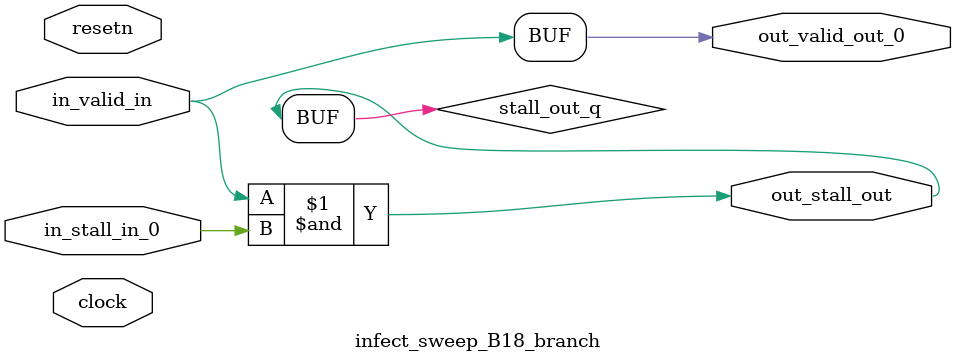
<source format=sv>



(* altera_attribute = "-name AUTO_SHIFT_REGISTER_RECOGNITION OFF; -name MESSAGE_DISABLE 10036; -name MESSAGE_DISABLE 10037; -name MESSAGE_DISABLE 14130; -name MESSAGE_DISABLE 14320; -name MESSAGE_DISABLE 15400; -name MESSAGE_DISABLE 14130; -name MESSAGE_DISABLE 10036; -name MESSAGE_DISABLE 12020; -name MESSAGE_DISABLE 12030; -name MESSAGE_DISABLE 12010; -name MESSAGE_DISABLE 12110; -name MESSAGE_DISABLE 14320; -name MESSAGE_DISABLE 13410; -name MESSAGE_DISABLE 113007; -name MESSAGE_DISABLE 10958" *)
module infect_sweep_B18_branch (
    input wire [0:0] in_stall_in_0,
    input wire [0:0] in_valid_in,
    output wire [0:0] out_stall_out,
    output wire [0:0] out_valid_out_0,
    input wire clock,
    input wire resetn
    );

    wire [0:0] stall_out_q;


    // stall_out(LOGICAL,6)
    assign stall_out_q = in_valid_in & in_stall_in_0;

    // out_stall_out(GPOUT,4)
    assign out_stall_out = stall_out_q;

    // out_valid_out_0(GPOUT,5)
    assign out_valid_out_0 = in_valid_in;

endmodule

</source>
